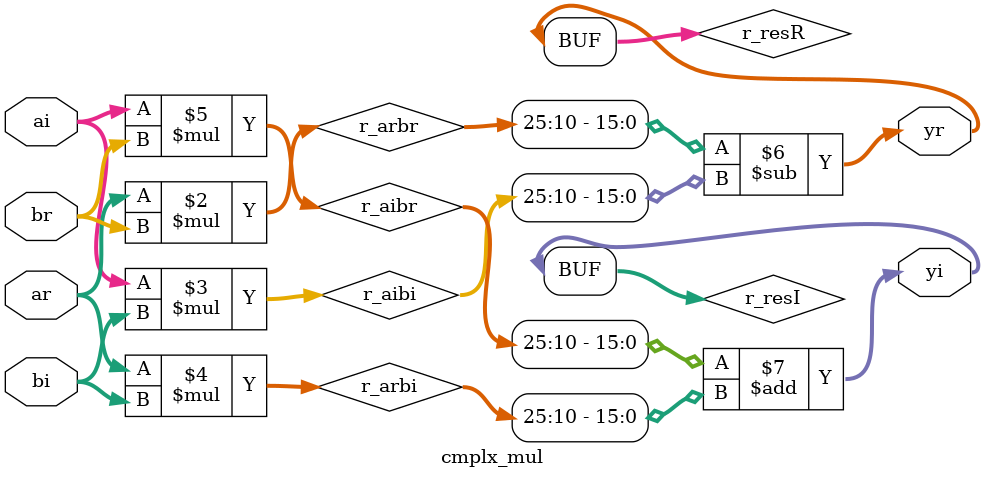
<source format=v>

module cmplx_mul (
    //input clk,
   // input rstn,
	input signed  [15:0] ar,
	input signed [15:0] ai,
	input signed [15:0] br,
	input signed [15:0] bi,
	output [15:0] yr,
	output [15:0] yi
    );
    // (a+jb)(c+jd) = (ac-bd) + j(bc+ad)
    /*  Regitsers */
reg signed [31:0] r_arbr;
reg signed [31:0] r_aibi;
reg signed [31:0] r_arbi;
reg signed [31:0] r_aibr;  
reg signed [15:0] r_resR;
reg signed [15:0] r_resI;   
    

    /* Assignments  */
    assign yr = r_resR;
    assign yi = r_resI;
      
    always @(*)
    begin
            // Multiplication
            r_arbr = ar*br;
            r_aibi = ai*bi;
            r_arbi = ar*bi;
            r_aibr = ai*br;

            // Result
            r_resR = r_arbr[25:10] - r_aibi[25:10];     // Over happen while having oppositte signs and result follows subtrahend
            r_resI = r_aibr[25:10] + r_arbi[25:10];     // Overflow if both have same sign and result have other sign
            
            
    end
        
endmodule
    
</source>
